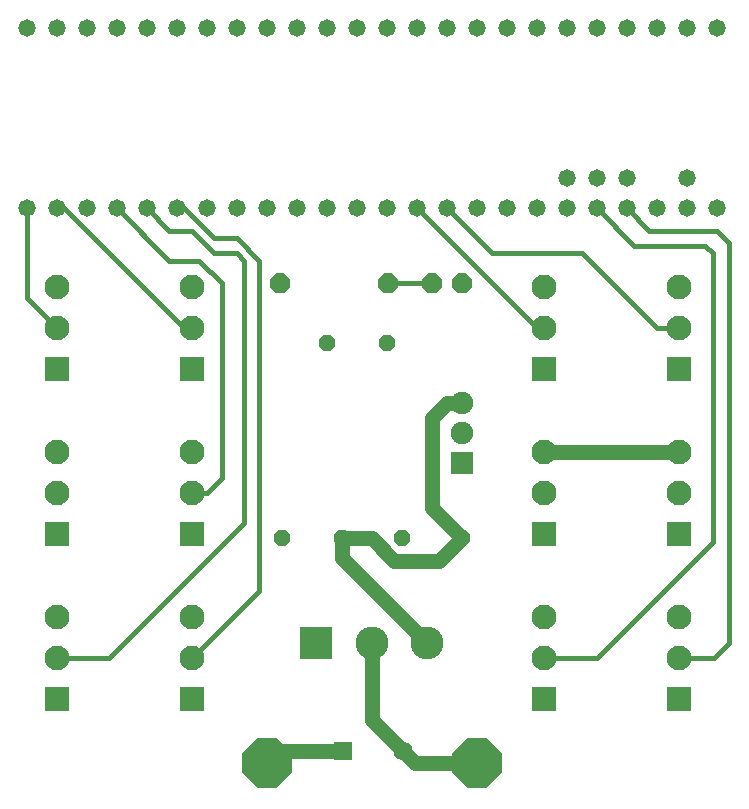
<source format=gbr>
G04 EAGLE Gerber RS-274X export*
G75*
%MOMM*%
%FSLAX34Y34*%
%LPD*%
%INTop Copper*%
%IPPOS*%
%AMOC8*
5,1,8,0,0,1.08239X$1,22.5*%
G01*
%ADD10C,1.473200*%
%ADD11P,1.429621X8X202.500000*%
%ADD12R,1.650000X1.650000*%
%ADD13C,1.650000*%
%ADD14P,1.814519X8X202.500000*%
%ADD15P,1.814519X8X22.500000*%
%ADD16R,2.781300X2.781300*%
%ADD17C,2.781300*%
%ADD18R,1.910000X1.910000*%
%ADD19C,1.910000*%
%ADD20P,4.508804X8X22.500000*%
%ADD21R,2.100000X2.100000*%
%ADD22C,2.100000*%
%ADD23C,1.270000*%
%ADD24C,0.406400*%


D10*
X558800Y482600D03*
X533400Y482600D03*
X508000Y482600D03*
X482600Y482600D03*
X457200Y482600D03*
X431800Y482600D03*
X406400Y482600D03*
X381000Y482600D03*
X355600Y482600D03*
X330200Y482600D03*
X304800Y482600D03*
X279400Y482600D03*
X279400Y330200D03*
X304800Y330200D03*
X330200Y330200D03*
X355600Y330200D03*
X381000Y330200D03*
X406400Y330200D03*
X431800Y330200D03*
X457200Y330200D03*
X482600Y330200D03*
X508000Y330200D03*
X533400Y330200D03*
X584200Y482600D03*
X558800Y330200D03*
X584200Y330200D03*
X609600Y482600D03*
X609600Y330200D03*
X254000Y482600D03*
X254000Y330200D03*
X228600Y482600D03*
X203200Y482600D03*
X177800Y482600D03*
X152400Y482600D03*
X127000Y482600D03*
X101600Y482600D03*
X76200Y482600D03*
X50800Y482600D03*
X25400Y482600D03*
X25400Y330200D03*
X50800Y330200D03*
X76200Y330200D03*
X101600Y330200D03*
X127000Y330200D03*
X152400Y330200D03*
X177800Y330200D03*
X203200Y330200D03*
X228600Y330200D03*
X584200Y355600D03*
X533400Y355600D03*
X508000Y355600D03*
X482600Y355600D03*
D11*
X393700Y50800D03*
X342900Y50800D03*
X330200Y215900D03*
X279400Y215900D03*
D12*
X293450Y-129540D03*
D13*
X344250Y-129540D03*
D14*
X331470Y266700D03*
X240030Y266700D03*
D15*
X368300Y266700D03*
X393700Y266700D03*
D16*
X270510Y-38100D03*
D17*
X317500Y-38100D03*
X364490Y-38100D03*
D11*
X292100Y50800D03*
X241300Y50800D03*
D18*
X393700Y114300D03*
D19*
X393700Y139800D03*
X393700Y165300D03*
D20*
X406400Y-139700D03*
X228600Y-139700D03*
D21*
X50800Y193600D03*
D22*
X50800Y228600D03*
X50800Y263600D03*
D21*
X165100Y193600D03*
D22*
X165100Y228600D03*
X165100Y263600D03*
D21*
X50800Y53900D03*
D22*
X50800Y88900D03*
X50800Y123900D03*
D21*
X165100Y53900D03*
D22*
X165100Y88900D03*
X165100Y123900D03*
D21*
X50800Y-85800D03*
D22*
X50800Y-50800D03*
X50800Y-15800D03*
D21*
X165100Y-85800D03*
D22*
X165100Y-50800D03*
X165100Y-15800D03*
D21*
X463550Y193600D03*
D22*
X463550Y228600D03*
X463550Y263600D03*
D21*
X577850Y193600D03*
D22*
X577850Y228600D03*
X577850Y263600D03*
D21*
X463550Y53900D03*
D22*
X463550Y88900D03*
X463550Y123900D03*
D21*
X577850Y53900D03*
D22*
X577850Y88900D03*
X577850Y123900D03*
D21*
X463550Y-85800D03*
D22*
X463550Y-50800D03*
X463550Y-15800D03*
D21*
X577850Y-85800D03*
D22*
X577850Y-50800D03*
X577850Y-15800D03*
D23*
X238760Y-129540D02*
X228600Y-139700D01*
X238760Y-129540D02*
X293450Y-129540D01*
D24*
X457200Y228600D02*
X355600Y330200D01*
X457200Y228600D02*
X463550Y228600D01*
X419100Y292100D02*
X381000Y330200D01*
X419100Y292100D02*
X495300Y292100D01*
X558800Y228600D02*
X577850Y228600D01*
X558800Y228600D02*
X495300Y292100D01*
X508000Y330200D02*
X539750Y298450D01*
X600075Y298450D02*
X606425Y292100D01*
X606425Y47625D01*
X508000Y-50800D01*
X463550Y-50800D01*
X539750Y298450D02*
X600075Y298450D01*
X552450Y311150D02*
X533400Y330200D01*
X552450Y311150D02*
X609600Y311150D01*
X620268Y300482D01*
X620268Y-38100D01*
X607568Y-50800D01*
X577850Y-50800D01*
X25400Y254000D02*
X25400Y330200D01*
X25400Y254000D02*
X50800Y228600D01*
X158750Y228600D02*
X165100Y228600D01*
X158750Y228600D02*
X57150Y330200D01*
X50800Y330200D01*
X190500Y101600D02*
X177800Y88900D01*
X165100Y88900D01*
X146050Y285750D02*
X101600Y330200D01*
X146050Y285750D02*
X171450Y285750D01*
X190500Y266700D01*
X190500Y101600D01*
X95250Y-50800D02*
X50800Y-50800D01*
X146050Y311150D02*
X127000Y330200D01*
X146050Y311150D02*
X165100Y311150D01*
X184150Y292100D02*
X203200Y292100D01*
X209550Y285750D01*
X184150Y292100D02*
X165100Y311150D01*
X209550Y285750D02*
X209550Y63500D01*
X95250Y-50800D01*
X152400Y330200D02*
X158750Y330200D01*
X184150Y304800D02*
X203200Y304800D01*
X222250Y285750D01*
X184150Y304800D02*
X158750Y330200D01*
X222250Y285750D02*
X222250Y6350D01*
X165100Y-50800D01*
D23*
X368300Y152400D02*
X381200Y165300D01*
X393700Y165300D01*
X292100Y34290D02*
X364490Y-38100D01*
X292100Y34290D02*
X292100Y50800D01*
X317500Y50800D01*
X336550Y31750D01*
X374650Y31750D01*
X393700Y50800D01*
X368300Y76200D01*
X368300Y152400D01*
D24*
X368300Y266700D02*
X331470Y266700D01*
D23*
X354410Y-139700D02*
X406400Y-139700D01*
X354410Y-139700D02*
X344250Y-129540D01*
X317500Y-102790D01*
X317500Y-38100D01*
X463550Y123900D02*
X577850Y123900D01*
M02*

</source>
